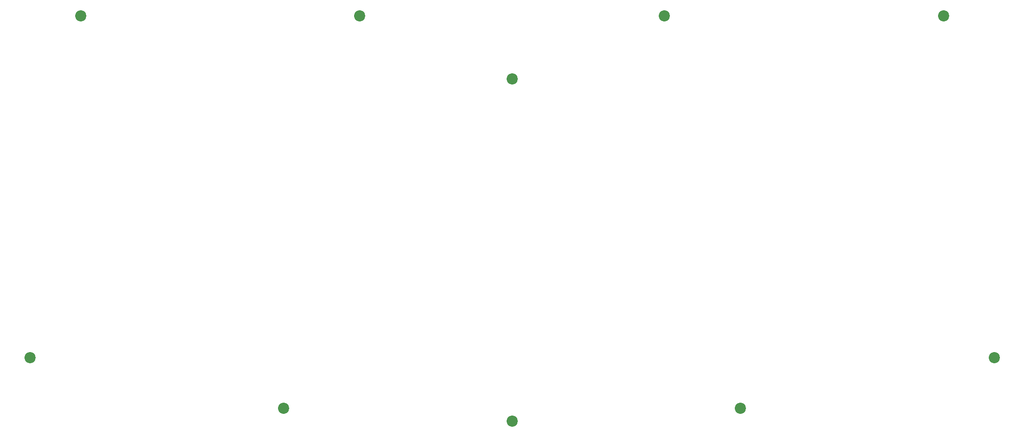
<source format=gbr>
%TF.GenerationSoftware,KiCad,Pcbnew,(5.1.10)-1*%
%TF.CreationDate,2021-11-03T20:54:48-06:00*%
%TF.ProjectId,VColChoc44 - Top,56436f6c-4368-46f6-9334-34202d20546f,rev?*%
%TF.SameCoordinates,Original*%
%TF.FileFunction,Soldermask,Top*%
%TF.FilePolarity,Negative*%
%FSLAX46Y46*%
G04 Gerber Fmt 4.6, Leading zero omitted, Abs format (unit mm)*
G04 Created by KiCad (PCBNEW (5.1.10)-1) date 2021-11-03 20:54:48*
%MOMM*%
%LPD*%
G01*
G04 APERTURE LIST*
%ADD10C,2.200000*%
G04 APERTURE END LIST*
D10*
%TO.C,H10*%
X150000000Y-75000000D03*
%TD*%
%TO.C,H9*%
X180000000Y-62500000D03*
%TD*%
%TO.C,H8*%
X120000000Y-62500000D03*
%TD*%
%TO.C,H7*%
X235000000Y-62500000D03*
%TD*%
%TO.C,H6*%
X65000000Y-62500000D03*
%TD*%
%TO.C,H5*%
X150000000Y-142500000D03*
%TD*%
%TO.C,H4*%
X245000000Y-130000000D03*
%TD*%
%TO.C,H3*%
X195000000Y-140000000D03*
%TD*%
%TO.C,H2*%
X105000000Y-140000000D03*
%TD*%
%TO.C,H1*%
X55000000Y-130000000D03*
%TD*%
M02*

</source>
